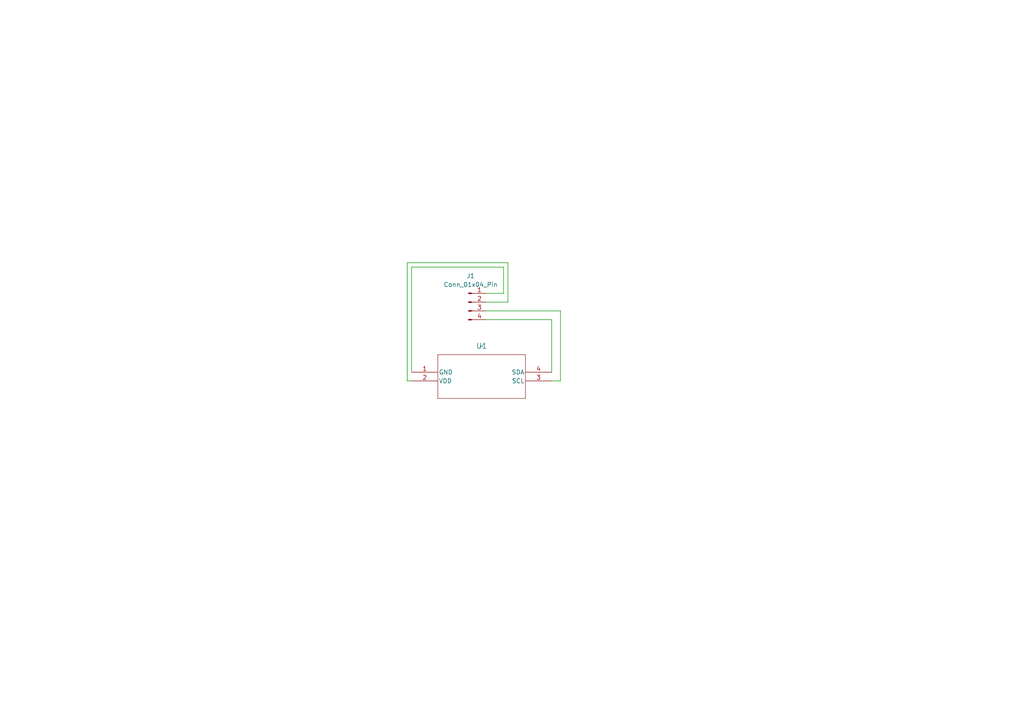
<source format=kicad_sch>
(kicad_sch (version 20230121) (generator eeschema)
  (paper "A4")
  (lib_symbols
    (symbol "Connector:Conn_01x04_Pin" (pin_names (offset 1.016) hide)
      (property "Reference" "J" (at 0 5.08 0))
      (property "Value" "Conn_01x04_Pin" (at 0 -7.62 0))
      (symbol "Conn_01x04_Pin_1_1"
        (polyline (pts (xy 1.27 -5.08) (xy 0.8636 -5.08)) (stroke (width 0.1524)))
        (polyline (pts (xy 1.27 -2.54) (xy 0.8636 -2.54)) (stroke (width 0.1524)))
        (polyline (pts (xy 1.27 0) (xy 0.8636 0)) (stroke (width 0.1524)))
        (polyline (pts (xy 1.27 2.54) (xy 0.8636 2.54)) (stroke (width 0.1524)))
        (rectangle (start 0.8636 -4.953) (end 0 -5.207) (stroke (width 0.1524)) (fill (type outline)))
        (rectangle (start 0.8636 -2.413) (end 0 -2.667) (stroke (width 0.1524)) (fill (type outline)))
        (rectangle (start 0.8636 0.127) (end 0 -0.127) (stroke (width 0.1524)) (fill (type outline)))
        (rectangle (start 0.8636 2.667) (end 0 2.413) (stroke (width 0.1524)) (fill (type outline)))
        (pin passive line (at 5.08 2.54 180) (length 3.81) (name "Pin_1") (number "1"))
        (pin passive line (at 5.08 0 180) (length 3.81) (name "Pin_2") (number "2"))
        (pin passive line (at 5.08 -2.54 180) (length 3.81) (name "Pin_3") (number "3"))
        (pin passive line (at 5.08 -5.08 180) (length 3.81) (name "Pin_4") (number "4"))
      )
    )
    (symbol "MS583730BA01-50 (NanoFloat Pressure Sensor):MS583730BA01-50" (pin_names (offset 0.254))
      (property "Reference" "U1" (at 20.32 10.16 0))
      (symbol "MS583730BA01-50_0_1"
        (polyline (pts (xy 7.62 -7.62) (xy 33.02 -7.62)) (stroke (width 0.127)))
        (polyline (pts (xy 7.62 5.08) (xy 7.62 -7.62)) (stroke (width 0.127)))
        (polyline (pts (xy 33.02 -7.62) (xy 33.02 5.08)) (stroke (width 0.127)))
        (polyline (pts (xy 33.02 5.08) (xy 7.62 5.08)) (stroke (width 0.127)))
        (pin power_out line (at 0 0 0) (length 7.62) (name "GND") (number "1"))
        (pin power_in line (at 0 -2.54 0) (length 7.62) (name "VDD") (number "2"))
      )
      (symbol "MS583730BA01-50_1_1"
        (pin bidirectional line (at 40.64 -2.54 180) (length 7.62) (name "SCL") (number "3"))
        (pin bidirectional line (at 40.64 0 180) (length 7.62) (name "SDA") (number "4"))
      )
    )
  )
  (wire (pts (xy 140.97 92.71) (xy 160.02 92.71)))
  (wire (pts (xy 162.56 110.49) (xy 160.02 110.49)))
  (wire (pts (xy 147.32 76.2) (xy 147.32 87.63)))
  (wire (pts (xy 147.32 87.63) (xy 140.97 87.63)))
  (wire (pts (xy 160.02 107.95) (xy 160.02 92.71)))
  (wire (pts (xy 140.97 90.17) (xy 162.56 90.17)))
  (wire (pts (xy 162.56 90.17) (xy 162.56 110.49)))
  (wire (pts (xy 119.38 107.95) (xy 119.38 77.47)))
  (wire (pts (xy 146.05 77.47) (xy 146.05 85.09)))
  (wire (pts (xy 119.38 110.49) (xy 118.11 110.49)))
  (wire (pts (xy 118.11 76.2) (xy 147.32 76.2)))
  (wire (pts (xy 119.38 77.47) (xy 146.05 77.47)))
  (wire (pts (xy 118.11 110.49) (xy 118.11 76.2)))
  (wire (pts (xy 146.05 85.09) (xy 140.97 85.09)))
  (symbol (lib_id "MS583730BA01-50 (NanoFloat Pressure Sensor):MS583730BA01-50") (at 119.38 107.95 0) (unit 1)
    (property "Reference" "U1" (at 139.7 100.33 0) (effects (font (size 1.524 1.524))))
    (property "Value" "~" (at 139.7 100.33 0) (effects (font (size 1.524 1.524))))
    (property "Footprint" "NanoFloat Pressure Sensor:Pressure Sensor Footprint" (effects hide))
    (property "Datasheet" "MS583730BA01-50" (effects hide))
  )
  (symbol (lib_id "Connector:Conn_01x04_Pin") (at 135.89 87.63 0) (unit 1)
    (property "Reference" "J1" (at 136.525 80.01 0))
    (property "Value" "Conn_01x04_Pin" (at 136.525 82.55 0))
    (property "Footprint" "Connector_PinHeader_2.54mm:PinHeader_1x04_P2.54mm_Vertical" (effects hide))
  )
)
</source>
